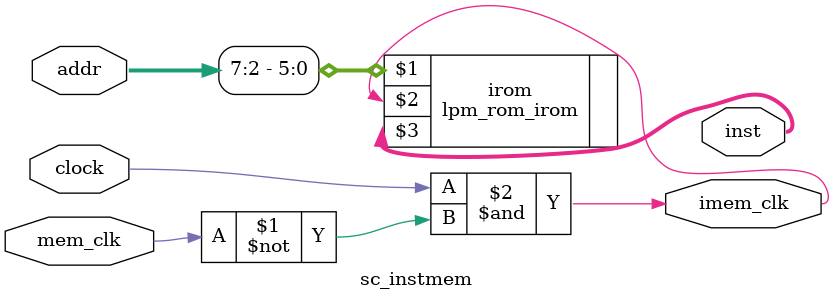
<source format=v>
module sc_instmem (addr,inst,clock,mem_clk,imem_clk);
   input  [31:0] addr;
   input         clock;
   input         mem_clk;
   output [31:0] inst;
   output        imem_clk;
   
   wire          imem_clk;

   assign  imem_clk = clock & ( ~ mem_clk );      
   
   lpm_rom_irom irom (addr[7:2],imem_clk,inst);  // 取出32位inst指令
   

endmodule 
</source>
